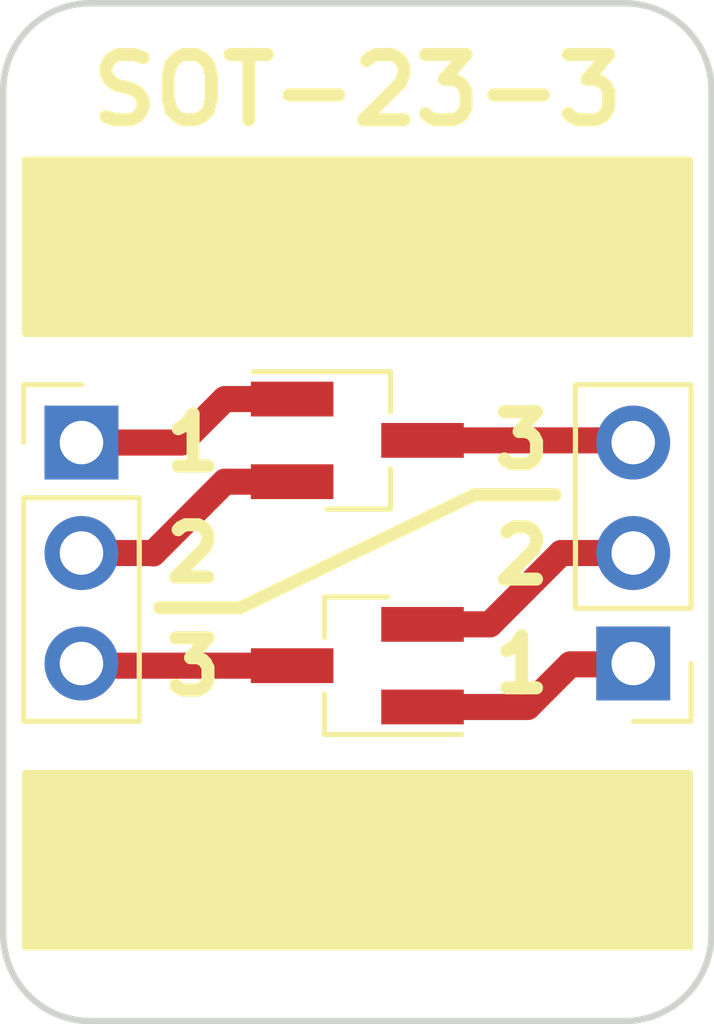
<source format=kicad_pcb>
(kicad_pcb (version 20171130) (host pcbnew 5.1.6-c6e7f7d~86~ubuntu20.04.1)

  (general
    (thickness 1)
    (drawings 20)
    (tracks 18)
    (zones 0)
    (modules 4)
    (nets 7)
  )

  (page A4)
  (title_block
    (title BRK-SOT-23-3)
    (rev v1.1)
    (company https://gekkio.fi)
  )

  (layers
    (0 F.Cu signal)
    (31 B.Cu signal)
    (32 B.Adhes user)
    (33 F.Adhes user)
    (34 B.Paste user)
    (35 F.Paste user)
    (36 B.SilkS user)
    (37 F.SilkS user)
    (38 B.Mask user)
    (39 F.Mask user)
    (40 Dwgs.User user)
    (41 Cmts.User user)
    (42 Eco1.User user)
    (43 Eco2.User user)
    (44 Edge.Cuts user)
    (45 Margin user)
    (46 B.CrtYd user)
    (47 F.CrtYd user)
    (48 B.Fab user)
    (49 F.Fab user)
  )

  (setup
    (last_trace_width 0.6)
    (trace_clearance 0.6)
    (zone_clearance 0.508)
    (zone_45_only no)
    (trace_min 0.2)
    (via_size 0.8)
    (via_drill 0.4)
    (via_min_size 0.4)
    (via_min_drill 0.3)
    (uvia_size 0.3)
    (uvia_drill 0.1)
    (uvias_allowed no)
    (uvia_min_size 0.2)
    (uvia_min_drill 0.1)
    (edge_width 0.15)
    (segment_width 0.15)
    (pcb_text_width 0.3)
    (pcb_text_size 1.5 1.5)
    (mod_edge_width 0.15)
    (mod_text_size 1 1)
    (mod_text_width 0.15)
    (pad_size 1.524 1.524)
    (pad_drill 0.762)
    (pad_to_mask_clearance 0)
    (aux_axis_origin 0 0)
    (visible_elements FFFFFF7F)
    (pcbplotparams
      (layerselection 0x010fc_ffffffff)
      (usegerberextensions false)
      (usegerberattributes false)
      (usegerberadvancedattributes false)
      (creategerberjobfile true)
      (excludeedgelayer false)
      (linewidth 0.100000)
      (plotframeref false)
      (viasonmask false)
      (mode 1)
      (useauxorigin false)
      (hpglpennumber 1)
      (hpglpenspeed 20)
      (hpglpendiameter 15.000000)
      (psnegative false)
      (psa4output false)
      (plotreference true)
      (plotvalue true)
      (plotinvisibletext false)
      (padsonsilk false)
      (subtractmaskfromsilk false)
      (outputformat 1)
      (mirror false)
      (drillshape 0)
      (scaleselection 1)
      (outputdirectory "gerber/"))
  )

  (net 0 "")
  (net 1 "Net-(J1-Pad1)")
  (net 2 "Net-(J1-Pad2)")
  (net 3 "Net-(J2-Pad3)")
  (net 4 "Net-(J1-Pad3)")
  (net 5 "Net-(J2-Pad2)")
  (net 6 "Net-(J2-Pad1)")

  (net_class Default "This is the default net class."
    (clearance 0.6)
    (trace_width 0.6)
    (via_dia 0.8)
    (via_drill 0.4)
    (uvia_dia 0.3)
    (uvia_drill 0.1)
    (add_net "Net-(J1-Pad1)")
    (add_net "Net-(J1-Pad2)")
    (add_net "Net-(J1-Pad3)")
    (add_net "Net-(J2-Pad1)")
    (add_net "Net-(J2-Pad2)")
    (add_net "Net-(J2-Pad3)")
  )

  (module Connector_PinHeader_2.54mm:PinHeader_1x03_P2.54mm_Vertical (layer F.Cu) (tedit 59FED5CC) (tstamp 5BD64A05)
    (at 65.5 65.18 180)
    (descr "Through hole straight pin header, 1x03, 2.54mm pitch, single row")
    (tags "Through hole pin header THT 1x03 2.54mm single row")
    (path /5BD49C25)
    (fp_text reference J2 (at 0 -2.33 180) (layer F.SilkS) hide
      (effects (font (size 1 1) (thickness 0.15)))
    )
    (fp_text value Conn_01x03 (at 0 7.41 180) (layer F.Fab) hide
      (effects (font (size 1 1) (thickness 0.15)))
    )
    (fp_line (start -0.635 -1.27) (end 1.27 -1.27) (layer F.Fab) (width 0.1))
    (fp_line (start 1.27 -1.27) (end 1.27 6.35) (layer F.Fab) (width 0.1))
    (fp_line (start 1.27 6.35) (end -1.27 6.35) (layer F.Fab) (width 0.1))
    (fp_line (start -1.27 6.35) (end -1.27 -0.635) (layer F.Fab) (width 0.1))
    (fp_line (start -1.27 -0.635) (end -0.635 -1.27) (layer F.Fab) (width 0.1))
    (fp_line (start -1.33 6.41) (end 1.33 6.41) (layer F.SilkS) (width 0.12))
    (fp_line (start -1.33 1.27) (end -1.33 6.41) (layer F.SilkS) (width 0.12))
    (fp_line (start 1.33 1.27) (end 1.33 6.41) (layer F.SilkS) (width 0.12))
    (fp_line (start -1.33 1.27) (end 1.33 1.27) (layer F.SilkS) (width 0.12))
    (fp_line (start -1.33 0) (end -1.33 -1.33) (layer F.SilkS) (width 0.12))
    (fp_line (start -1.33 -1.33) (end 0 -1.33) (layer F.SilkS) (width 0.12))
    (fp_line (start -1.8 -1.8) (end -1.8 6.85) (layer F.CrtYd) (width 0.05))
    (fp_line (start -1.8 6.85) (end 1.8 6.85) (layer F.CrtYd) (width 0.05))
    (fp_line (start 1.8 6.85) (end 1.8 -1.8) (layer F.CrtYd) (width 0.05))
    (fp_line (start 1.8 -1.8) (end -1.8 -1.8) (layer F.CrtYd) (width 0.05))
    (fp_text user %R (at 0 2.54 270) (layer F.Fab)
      (effects (font (size 1 1) (thickness 0.15)))
    )
    (pad 3 thru_hole oval (at 0 5.08 180) (size 1.7 1.7) (drill 1) (layers *.Cu *.Mask)
      (net 3 "Net-(J2-Pad3)"))
    (pad 2 thru_hole oval (at 0 2.54 180) (size 1.7 1.7) (drill 1) (layers *.Cu *.Mask)
      (net 5 "Net-(J2-Pad2)"))
    (pad 1 thru_hole rect (at 0 0 180) (size 1.7 1.7) (drill 1) (layers *.Cu *.Mask)
      (net 6 "Net-(J2-Pad1)"))
    (model ${KISYS3DMOD}/Connector_PinHeader_2.54mm.3dshapes/PinHeader_1x03_P2.54mm_Vertical.wrl
      (at (xyz 0 0 0))
      (scale (xyz 1 1 1))
      (rotate (xyz 0 0 0))
    )
  )

  (module Connector_PinHeader_2.54mm:PinHeader_1x03_P2.54mm_Vertical (layer F.Cu) (tedit 59FED5CC) (tstamp 5BD64668)
    (at 52.8 60.1)
    (descr "Through hole straight pin header, 1x03, 2.54mm pitch, single row")
    (tags "Through hole pin header THT 1x03 2.54mm single row")
    (path /5BD49B4E)
    (fp_text reference J1 (at 0 -2.33) (layer F.SilkS) hide
      (effects (font (size 1 1) (thickness 0.15)))
    )
    (fp_text value Conn_01x03 (at 0 7.41) (layer F.Fab) hide
      (effects (font (size 1 1) (thickness 0.15)))
    )
    (fp_line (start -0.635 -1.27) (end 1.27 -1.27) (layer F.Fab) (width 0.1))
    (fp_line (start 1.27 -1.27) (end 1.27 6.35) (layer F.Fab) (width 0.1))
    (fp_line (start 1.27 6.35) (end -1.27 6.35) (layer F.Fab) (width 0.1))
    (fp_line (start -1.27 6.35) (end -1.27 -0.635) (layer F.Fab) (width 0.1))
    (fp_line (start -1.27 -0.635) (end -0.635 -1.27) (layer F.Fab) (width 0.1))
    (fp_line (start -1.33 6.41) (end 1.33 6.41) (layer F.SilkS) (width 0.12))
    (fp_line (start -1.33 1.27) (end -1.33 6.41) (layer F.SilkS) (width 0.12))
    (fp_line (start 1.33 1.27) (end 1.33 6.41) (layer F.SilkS) (width 0.12))
    (fp_line (start -1.33 1.27) (end 1.33 1.27) (layer F.SilkS) (width 0.12))
    (fp_line (start -1.33 0) (end -1.33 -1.33) (layer F.SilkS) (width 0.12))
    (fp_line (start -1.33 -1.33) (end 0 -1.33) (layer F.SilkS) (width 0.12))
    (fp_line (start -1.8 -1.8) (end -1.8 6.85) (layer F.CrtYd) (width 0.05))
    (fp_line (start -1.8 6.85) (end 1.8 6.85) (layer F.CrtYd) (width 0.05))
    (fp_line (start 1.8 6.85) (end 1.8 -1.8) (layer F.CrtYd) (width 0.05))
    (fp_line (start 1.8 -1.8) (end -1.8 -1.8) (layer F.CrtYd) (width 0.05))
    (fp_text user %R (at 0 2.54 90) (layer F.Fab)
      (effects (font (size 1 1) (thickness 0.15)))
    )
    (pad 3 thru_hole oval (at 0 5.08) (size 1.7 1.7) (drill 1) (layers *.Cu *.Mask)
      (net 4 "Net-(J1-Pad3)"))
    (pad 2 thru_hole oval (at 0 2.54) (size 1.7 1.7) (drill 1) (layers *.Cu *.Mask)
      (net 2 "Net-(J1-Pad2)"))
    (pad 1 thru_hole rect (at 0 0) (size 1.7 1.7) (drill 1) (layers *.Cu *.Mask)
      (net 1 "Net-(J1-Pad1)"))
    (model ${KISYS3DMOD}/Connector_PinHeader_2.54mm.3dshapes/PinHeader_1x03_P2.54mm_Vertical.wrl
      (at (xyz 0 0 0))
      (scale (xyz 1 1 1))
      (rotate (xyz 0 0 0))
    )
  )

  (module Package_TO_SOT_SMD:SOT-23_Handsoldering (layer F.Cu) (tedit 5A0AB76C) (tstamp 5BD64FB8)
    (at 59.15 65.23 180)
    (descr "SOT-23, Handsoldering")
    (tags SOT-23)
    (path /5BD4A664)
    (attr smd)
    (fp_text reference U2 (at 0 -2.5 180) (layer F.SilkS) hide
      (effects (font (size 1 1) (thickness 0.15)))
    )
    (fp_text value SOT-23-3 (at 0 2.5 180) (layer F.Fab) hide
      (effects (font (size 1 1) (thickness 0.15)))
    )
    (fp_line (start 0.76 1.58) (end 0.76 0.65) (layer F.SilkS) (width 0.12))
    (fp_line (start 0.76 -1.58) (end 0.76 -0.65) (layer F.SilkS) (width 0.12))
    (fp_line (start -2.7 -1.75) (end 2.7 -1.75) (layer F.CrtYd) (width 0.05))
    (fp_line (start 2.7 -1.75) (end 2.7 1.75) (layer F.CrtYd) (width 0.05))
    (fp_line (start 2.7 1.75) (end -2.7 1.75) (layer F.CrtYd) (width 0.05))
    (fp_line (start -2.7 1.75) (end -2.7 -1.75) (layer F.CrtYd) (width 0.05))
    (fp_line (start 0.76 -1.58) (end -2.4 -1.58) (layer F.SilkS) (width 0.12))
    (fp_line (start -0.7 -0.95) (end -0.7 1.5) (layer F.Fab) (width 0.1))
    (fp_line (start -0.15 -1.52) (end 0.7 -1.52) (layer F.Fab) (width 0.1))
    (fp_line (start -0.7 -0.95) (end -0.15 -1.52) (layer F.Fab) (width 0.1))
    (fp_line (start 0.7 -1.52) (end 0.7 1.52) (layer F.Fab) (width 0.1))
    (fp_line (start -0.7 1.52) (end 0.7 1.52) (layer F.Fab) (width 0.1))
    (fp_line (start 0.76 1.58) (end -0.7 1.58) (layer F.SilkS) (width 0.12))
    (fp_text user %R (at 0 0 270) (layer F.Fab)
      (effects (font (size 0.5 0.5) (thickness 0.075)))
    )
    (pad 3 smd rect (at 1.5 0 180) (size 1.9 0.8) (layers F.Cu F.Paste F.Mask)
      (net 4 "Net-(J1-Pad3)"))
    (pad 2 smd rect (at -1.5 0.95 180) (size 1.9 0.8) (layers F.Cu F.Paste F.Mask)
      (net 5 "Net-(J2-Pad2)"))
    (pad 1 smd rect (at -1.5 -0.95 180) (size 1.9 0.8) (layers F.Cu F.Paste F.Mask)
      (net 6 "Net-(J2-Pad1)"))
    (model ${KISYS3DMOD}/Package_TO_SOT_SMD.3dshapes/SOT-23.wrl
      (at (xyz 0 0 0))
      (scale (xyz 1 1 1))
      (rotate (xyz 0 0 0))
    )
  )

  (module Package_TO_SOT_SMD:SOT-23_Handsoldering (layer F.Cu) (tedit 5A0AB76C) (tstamp 5BD6463C)
    (at 59.15 60.05)
    (descr "SOT-23, Handsoldering")
    (tags SOT-23)
    (path /5BD4A557)
    (attr smd)
    (fp_text reference U1 (at 0 -2.5) (layer F.SilkS) hide
      (effects (font (size 1 1) (thickness 0.15)))
    )
    (fp_text value SOT-23-3 (at 0 2.5) (layer F.Fab) hide
      (effects (font (size 1 1) (thickness 0.15)))
    )
    (fp_line (start 0.76 1.58) (end 0.76 0.65) (layer F.SilkS) (width 0.12))
    (fp_line (start 0.76 -1.58) (end 0.76 -0.65) (layer F.SilkS) (width 0.12))
    (fp_line (start -2.7 -1.75) (end 2.7 -1.75) (layer F.CrtYd) (width 0.05))
    (fp_line (start 2.7 -1.75) (end 2.7 1.75) (layer F.CrtYd) (width 0.05))
    (fp_line (start 2.7 1.75) (end -2.7 1.75) (layer F.CrtYd) (width 0.05))
    (fp_line (start -2.7 1.75) (end -2.7 -1.75) (layer F.CrtYd) (width 0.05))
    (fp_line (start 0.76 -1.58) (end -2.4 -1.58) (layer F.SilkS) (width 0.12))
    (fp_line (start -0.7 -0.95) (end -0.7 1.5) (layer F.Fab) (width 0.1))
    (fp_line (start -0.15 -1.52) (end 0.7 -1.52) (layer F.Fab) (width 0.1))
    (fp_line (start -0.7 -0.95) (end -0.15 -1.52) (layer F.Fab) (width 0.1))
    (fp_line (start 0.7 -1.52) (end 0.7 1.52) (layer F.Fab) (width 0.1))
    (fp_line (start -0.7 1.52) (end 0.7 1.52) (layer F.Fab) (width 0.1))
    (fp_line (start 0.76 1.58) (end -0.7 1.58) (layer F.SilkS) (width 0.12))
    (fp_text user %R (at 0 0 90) (layer F.Fab)
      (effects (font (size 0.5 0.5) (thickness 0.075)))
    )
    (pad 3 smd rect (at 1.5 0) (size 1.9 0.8) (layers F.Cu F.Paste F.Mask)
      (net 3 "Net-(J2-Pad3)"))
    (pad 2 smd rect (at -1.5 0.95) (size 1.9 0.8) (layers F.Cu F.Paste F.Mask)
      (net 2 "Net-(J1-Pad2)"))
    (pad 1 smd rect (at -1.5 -0.95) (size 1.9 0.8) (layers F.Cu F.Paste F.Mask)
      (net 1 "Net-(J1-Pad1)"))
    (model ${KISYS3DMOD}/Package_TO_SOT_SMD.3dshapes/SOT-23.wrl
      (at (xyz 0 0 0))
      (scale (xyz 1 1 1))
      (rotate (xyz 0 0 0))
    )
  )

  (gr_arc (start 65.3 71.4) (end 65.3 73.4) (angle -90) (layer Edge.Cuts) (width 0.15) (tstamp 5BF54DB2))
  (gr_arc (start 53 71.4) (end 51 71.4) (angle -90) (layer Edge.Cuts) (width 0.15) (tstamp 5BF54DA9))
  (gr_arc (start 65.3 52) (end 67.3 52) (angle -90) (layer Edge.Cuts) (width 0.15) (tstamp 5BF54D9C))
  (gr_arc (start 53 52) (end 53 50) (angle -90) (layer Edge.Cuts) (width 0.15))
  (gr_line (start 61.85 61.3) (end 63.7 61.3) (layer F.SilkS) (width 0.3))
  (gr_line (start 56.45 63.9) (end 54.6 63.9) (layer F.SilkS) (width 0.3))
  (gr_text 1 (at 63.7 65.2) (layer F.SilkS) (tstamp 5BD4A473)
    (effects (font (size 1.2 1.2) (thickness 0.3)) (justify right))
  )
  (gr_text 2 (at 63.7 62.7) (layer F.SilkS) (tstamp 5BD4A46F)
    (effects (font (size 1.2 1.2) (thickness 0.3)) (justify right))
  )
  (gr_text 3 (at 63.7 60.05) (layer F.SilkS) (tstamp 5BD4A463)
    (effects (font (size 1.2 1.2) (thickness 0.3)) (justify right))
  )
  (gr_text 3 (at 54.6 65.25) (layer F.SilkS) (tstamp 5BD4A45B)
    (effects (font (size 1.2 1.2) (thickness 0.3)) (justify left))
  )
  (gr_text 2 (at 54.6 62.65) (layer F.SilkS) (tstamp 5BD4A456)
    (effects (font (size 1.2 1.2) (thickness 0.3)) (justify left))
  )
  (gr_text 1 (at 54.6 60.1) (layer F.SilkS)
    (effects (font (size 1.2 1.2) (thickness 0.3)) (justify left))
  )
  (gr_line (start 56.45 63.9) (end 61.85 61.3) (layer F.SilkS) (width 0.3))
  (gr_line (start 65.3 73.4) (end 53 73.4) (layer Edge.Cuts) (width 0.15))
  (gr_poly (pts (xy 51.5 67.7) (xy 51.5 71.7) (xy 66.8 71.7) (xy 66.8 67.7)) (layer F.SilkS) (width 0.15) (tstamp 5BD652CD))
  (gr_poly (pts (xy 51.5 53.6) (xy 51.5 57.6) (xy 66.8 57.6) (xy 66.8 53.6)) (layer F.SilkS) (width 0.15))
  (gr_line (start 67.3 52) (end 67.3 71.4) (layer Edge.Cuts) (width 0.15))
  (gr_text SOT-23-3 (at 59.15 52) (layer F.SilkS)
    (effects (font (size 1.5 1.5) (thickness 0.3)))
  )
  (gr_line (start 53 50) (end 65.3 50) (layer Edge.Cuts) (width 0.15))
  (gr_line (start 51 71.4) (end 51 52) (layer Edge.Cuts) (width 0.15))

  (segment (start 56.1 59.1) (end 55.1 60.1) (width 0.6) (layer F.Cu) (net 1))
  (segment (start 57.65 59.1) (end 56.1 59.1) (width 0.6) (layer F.Cu) (net 1))
  (segment (start 55.1 60.1) (end 52.8 60.1) (width 0.6) (layer F.Cu) (net 1))
  (segment (start 56.1 61) (end 54.45 62.65) (width 0.6) (layer F.Cu) (net 2))
  (segment (start 57.65 61) (end 56.1 61) (width 0.6) (layer F.Cu) (net 2))
  (segment (start 54.44 62.64) (end 52.8 62.64) (width 0.6) (layer F.Cu) (net 2))
  (segment (start 54.45 62.65) (end 54.44 62.64) (width 0.6) (layer F.Cu) (net 2))
  (segment (start 65.45 60.05) (end 65.5 60.1) (width 0.6) (layer F.Cu) (net 3))
  (segment (start 60.65 60.05) (end 65.45 60.05) (width 0.6) (layer F.Cu) (net 3))
  (segment (start 52.85 65.23) (end 52.8 65.18) (width 0.6) (layer F.Cu) (net 4))
  (segment (start 57.65 65.23) (end 52.85 65.23) (width 0.6) (layer F.Cu) (net 4))
  (segment (start 63.84 62.64) (end 65.5 62.64) (width 0.6) (layer F.Cu) (net 5))
  (segment (start 60.65 64.28) (end 62.2 64.28) (width 0.6) (layer F.Cu) (net 5))
  (segment (start 62.2 64.28) (end 63.84 62.64) (width 0.6) (layer F.Cu) (net 5))
  (segment (start 60.65 66.18) (end 63.07 66.18) (width 0.6) (layer F.Cu) (net 6))
  (segment (start 63.07 66.18) (end 64.05 65.2) (width 0.6) (layer F.Cu) (net 6))
  (segment (start 65.48 65.2) (end 65.5 65.18) (width 0.6) (layer F.Cu) (net 6))
  (segment (start 64.05 65.2) (end 65.48 65.2) (width 0.6) (layer F.Cu) (net 6))

)

</source>
